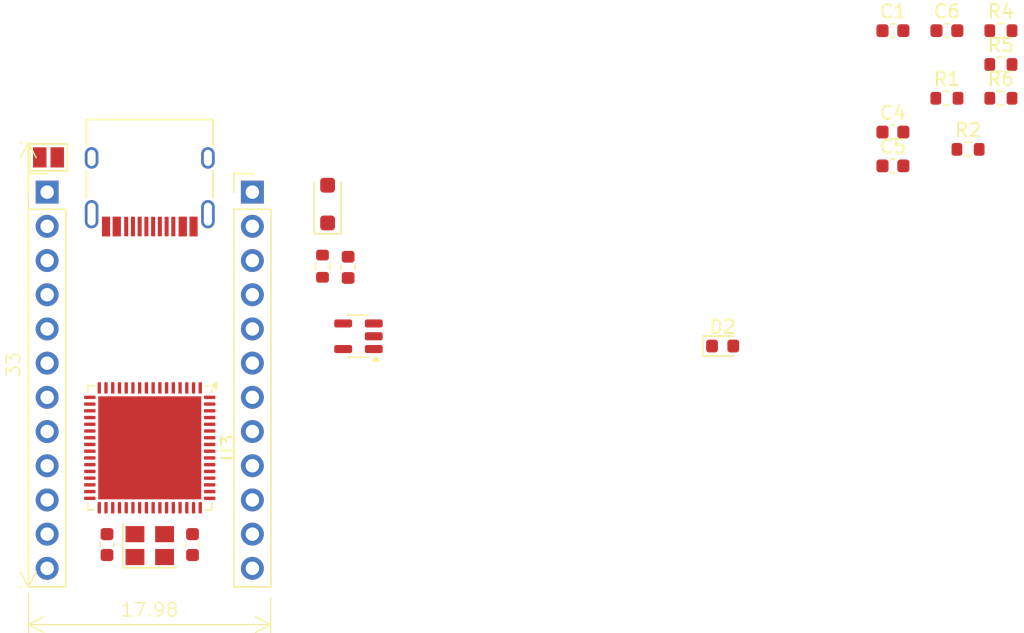
<source format=kicad_pcb>
(kicad_pcb (version 20241229) (generator "pcbnew") (generator_version "9.0")
  (layers (0 "F.Cu" signal) (2 "B.Cu" signal) (13 "F.Paste" user) (15 "B.Paste" user) (5 "F.SilkS" user "F.Silkscreen") (7 "B.SilkS" user "B.Silkscreen") (1 "F.Mask" user) (3 "B.Mask" user) (25 "Edge.Cuts" user))
  (net 0 "")
  (net 1 "GND")
  (net 2 "VCC")
  (net 3 "/RAW")
  (net 4 "Net-(D1-A)")
  (net 5 "Net-(D2-A)")
  (net 6 "+5V")
  (net 7 "Net-(J1-CC1)")
  (net 8 "Net-(J1-D--PadA7)")
  (net 9 "Net-(J1-D+-PadA6)")
  (net 13 "Net-(J1-CC2)")
  (net 14 "/B4")
  (net 15 "/B5")
  (net 16 "/D0")
  (net 17 "/D3")
  (net 18 "/D2")
  (net 19 "/E6")
  (net 20 "/D7")
  (net 21 "/D4")
  (net 22 "/D1")
  (net 23 "/C6")
  (net 24 "/F7")
  (net 25 "/F5")
  (net 26 "/F6")
  (net 27 "/B3")
  (net 28 "/RESET")
  (net 29 "/B1")
  (net 30 "/B6")
  (net 31 "/F4")
  (net 32 "/B2")
  (net 33 "/D+")
  (net 34 "/D-")
  (net 38 "Net-(U3-UCAP)")
  (net 39 "Net-(U3-XTAL1)")
  (net 40 "Net-(U3-XTAL2)")
  (footprint "Resistor_SMD:R_0603_1608Metric" (layer "F.Cu") (at 197.83 61.61)
    (property "Reference" "R6" (at 0 -1.43 0) (layer "F.SilkS"))
    (property "Value" "10k")
    (fp_line (start -0.237258 -0.5225) (end 0.237258 -0.5225) (stroke (width 0.12)) (layer "F.SilkS"))
    (fp_line (start -0.237258 0.5225) (end 0.237258 0.5225) (stroke (width 0.12)) (layer "F.SilkS"))
    (pad "1" smd roundrect (at -0.825 0) (size 0.8 0.95) (layers "F.Cu" "F.Mask" "F.Paste") (net 2 "VCC"))
    (pad "2" smd roundrect (at 0.825 0) (size 0.8 0.95) (layers "F.Cu" "F.Mask" "F.Paste") (net 28 "/RESET"))
  )
  (footprint "Connector_PinHeader_2.54mm:PinHeader_1x12_P2.54mm_Vertical" (layer "F.Cu") (at 127 68.58)
    (property "Reference" "J2" (hide yes))
    (property "Value" "Conn_01x12" (hide yes))
    (fp_line (start -1.38 -1.38) (end 0 -1.38) (stroke (width 0.12)) (layer "F.SilkS"))
    (fp_line (start -1.38 0) (end -1.38 -1.38) (stroke (width 0.12)) (layer "F.SilkS"))
    (fp_line (start -1.38 1.27) (end -1.38 29.32) (stroke (width 0.12)) (layer "F.SilkS"))
    (fp_line (start -1.38 1.27) (end 1.38 1.27) (stroke (width 0.12)) (layer "F.SilkS"))
    (fp_line (start -1.38 29.32) (end 1.38 29.32) (stroke (width 0.12)) (layer "F.SilkS"))
    (fp_line (start 1.38 1.27) (end 1.38 29.32) (stroke (width 0.12)) (layer "F.SilkS"))
    (pad "1" thru_hole rect (at 0 0) (size 1.7 1.7) (drill 1) (layers "*.Cu" "*.Mask") (net 17 "/D3"))
    (pad "2" thru_hole circle (at 0 2.54) (size 1.7 1.7) (drill 1) (layers "*.Cu" "*.Mask") (net 18 "/D2"))
    (pad "3" thru_hole circle (at 0 5.08) (size 1.7 1.7) (drill 1) (layers "*.Cu" "*.Mask") (net 1 "GND"))
    (pad "4" thru_hole circle (at 0 7.62) (size 1.7 1.7) (drill 1) (layers "*.Cu" "*.Mask") (net 1 "GND"))
    (pad "5" thru_hole circle (at 0 10.16) (size 1.7 1.7) (drill 1) (layers "*.Cu" "*.Mask") (net 22 "/D1"))
    (pad "6" thru_hole circle (at 0 12.7) (size 1.7 1.7) (drill 1) (layers "*.Cu" "*.Mask") (net 16 "/D0"))
    (pad "7" thru_hole circle (at 0 15.24) (size 1.7 1.7) (drill 1) (layers "*.Cu" "*.Mask") (net 21 "/D4"))
    (pad "8" thru_hole circle (at 0 17.78) (size 1.7 1.7) (drill 1) (layers "*.Cu" "*.Mask") (net 23 "/C6"))
    (pad "9" thru_hole circle (at 0 20.32) (size 1.7 1.7) (drill 1) (layers "*.Cu" "*.Mask") (net 20 "/D7"))
    (pad "10" thru_hole circle (at 0 22.86) (size 1.7 1.7) (drill 1) (layers "*.Cu" "*.Mask") (net 19 "/E6"))
    (pad "11" thru_hole circle (at 0 25.4) (size 1.7 1.7) (drill 1) (layers "*.Cu" "*.Mask") (net 14 "/B4"))
    (pad "12" thru_hole circle (at 0 27.94) (size 1.7 1.7) (drill 1) (layers "*.Cu" "*.Mask") (net 15 "/B5"))
  )
  (footprint "Package_TO_SOT_SMD:SOT-23-5" (layer "F.Cu") (at 150.1195 79.2835 180)
    (property "Reference" "U2" (hide yes))
    (property "Value" "MIC5219-3.3YM5" (hide yes))
    (fp_line (start 0 1.56) (end 0.8 1.56) (stroke (width 0.12)) (layer "F.SilkS"))
    (fp_line (start 0 1.56) (end -0.8 1.56) (stroke (width 0.12)) (layer "F.SilkS"))
    (fp_line (start 0 -1.56) (end 0.8 -1.56) (stroke (width 0.12)) (layer "F.SilkS"))
    (fp_line (start 0 -1.56) (end -0.8 -1.56) (stroke (width 0.12)) (layer "F.SilkS"))
    (fp_poly (pts (xy -1.3 -1.51) (xy -1.54 -1.84) (xy -1.06 -1.84)) (stroke (width 0.12)) (fill yes) (layer "F.SilkS"))
    (pad "1" smd roundrect (at -1.1375 -0.95 180) (size 1.325 0.6) (layers "F.Cu" "F.Mask" "F.Paste") (net 3 "/RAW"))
    (pad "2" smd roundrect (at -1.1375 0 180) (size 1.325 0.6) (layers "F.Cu" "F.Mask" "F.Paste") (net 1 "GND"))
    (pad "3" smd roundrect (at -1.1375 0.95 180) (size 1.325 0.6) (layers "F.Cu" "F.Mask" "F.Paste") (net 3 "/RAW"))
    (pad "4" smd roundrect (at 1.1375 0.95 180) (size 1.325 0.6) (layers "F.Cu" "F.Mask" "F.Paste"))
    (pad "5" smd roundrect (at 1.1375 -0.95 180) (size 1.325 0.6) (layers "F.Cu" "F.Mask" "F.Paste") (net 2 "VCC"))
  )
  (footprint "Crystal:Crystal_SMD_3225-4Pin_3.2x2.5mm" (layer "F.Cu") (at 134.62 94.83)
    (property "Reference" "Y1" (hide yes))
    (property "Value" "Crystal_GND24" (hide yes))
    (fp_line (start -2 -1.65) (end -2 1.65) (stroke (width 0.12)) (layer "F.SilkS"))
    (fp_line (start -2 1.65) (end 2 1.65) (stroke (width 0.12)) (layer "F.SilkS"))
    (pad "1" smd rect (at -1.1 0.85) (size 1.4 1.2) (layers "F.Cu" "F.Mask" "F.Paste") (net 40 "Net-(U3-XTAL2)"))
    (pad "2" smd rect (at 1.1 0.85) (size 1.4 1.2) (layers "F.Cu" "F.Mask" "F.Paste") (net 1 "GND"))
    (pad "3" smd rect (at 1.1 -0.85) (size 1.4 1.2) (layers "F.Cu" "F.Mask" "F.Paste") (net 39 "Net-(U3-XTAL1)"))
    (pad "4" smd rect (at -1.1 -0.85) (size 1.4 1.2) (layers "F.Cu" "F.Mask" "F.Paste") (net 1 "GND"))
  )
  (footprint "Resistor_SMD:R_0603_1608Metric" (layer "F.Cu") (at 147.447 74.0785 -90)
    (property "Reference" "R3" (hide yes))
    (property "Value" "5.1k" (hide yes))
    (fp_line (start -0.237258 0.5225) (end 0.237258 0.5225) (stroke (width 0.12)) (layer "F.SilkS"))
    (fp_line (start -0.237258 -0.5225) (end 0.237258 -0.5225) (stroke (width 0.12)) (layer "F.SilkS"))
    (pad "1" smd roundrect (at -0.825 0 270) (size 0.8 0.95) (layers "F.Cu" "F.Mask" "F.Paste") (net 7 "Net-(J1-CC1)"))
    (pad "2" smd roundrect (at 0.825 0 270) (size 0.8 0.95) (layers "F.Cu" "F.Mask" "F.Paste") (net 1 "GND"))
  )
  (footprint "Capacitor_SMD:C_0603_1608Metric" (layer "F.Cu") (at 193.82 56.59)
    (property "Reference" "C6" (at 0 -1.43 0) (layer "F.SilkS"))
    (property "Value" "10uF")
    (fp_line (start -0.14058 -0.51) (end 0.14058 -0.51) (stroke (width 0.12)) (layer "F.SilkS"))
    (fp_line (start -0.14058 0.51) (end 0.14058 0.51) (stroke (width 0.12)) (layer "F.SilkS"))
    (pad "1" smd roundrect (at -0.775 0) (size 0.9 0.95) (layers "F.Cu" "F.Mask" "F.Paste") (net 2 "VCC"))
    (pad "2" smd roundrect (at 0.775 0) (size 0.9 0.95) (layers "F.Cu" "F.Mask" "F.Paste") (net 1 "GND"))
  )
  (footprint "Resistor_SMD:R_0603_1608Metric" (layer "F.Cu") (at 193.82 61.61)
    (property "Reference" "R1" (at 0 -1.43 0) (layer "F.SilkS"))
    (property "Value" "22")
    (fp_line (start -0.237258 -0.5225) (end 0.237258 -0.5225) (stroke (width 0.12)) (layer "F.SilkS"))
    (fp_line (start -0.237258 0.5225) (end 0.237258 0.5225) (stroke (width 0.12)) (layer "F.SilkS"))
    (pad "1" smd roundrect (at -0.825 0) (size 0.8 0.95) (layers "F.Cu" "F.Mask" "F.Paste") (net 8 "Net-(J1-D--PadA7)"))
    (pad "2" smd roundrect (at 0.825 0) (size 0.8 0.95) (layers "F.Cu" "F.Mask" "F.Paste") (net 33 "/D+"))
  )
  (footprint "Connector_USB:USB_C_Receptacle_HRO_TYPE-C-31-M-12" (layer "F.Cu") (at 134.62 67.09 180)
    (property "Reference" "J1" (hide yes))
    (property "Value" "USB_C_Receptacle_USB2.0_16P" (hide yes))
    (fp_line (start 4.7 2) (end 4.7 3.9) (stroke (width 0.12)) (layer "F.SilkS"))
    (fp_line (start 4.7 -1.9) (end 4.7 0.1) (stroke (width 0.12)) (layer "F.SilkS"))
    (fp_line (start -4.7 3.9) (end 4.7 3.9) (stroke (width 0.12)) (layer "F.SilkS"))
    (fp_line (start -4.7 2) (end -4.7 3.9) (stroke (width 0.12)) (layer "F.SilkS"))
    (fp_line (start -4.7 -1.9) (end -4.7 0.1) (stroke (width 0.12)) (layer "F.SilkS"))
    (pad "" np_thru_hole circle (at -2.89 -2.6 180) (size 0.65 0.65) (drill 0.65) (layers "*.Cu" "*.Mask"))
    (pad "" np_thru_hole circle (at 2.89 -2.6 180) (size 0.65 0.65) (drill 0.65) (layers "*.Cu" "*.Mask"))
    (pad "A1" smd rect (at -3.25 -4.045 180) (size 0.6 1.45) (layers "F.Cu" "F.Mask" "F.Paste") (net 1 "GND"))
    (pad "A4" smd rect (at -2.45 -4.045 180) (size 0.6 1.45) (layers "F.Cu" "F.Mask" "F.Paste") (net 6 "+5V"))
    (pad "A5" smd rect (at -1.25 -4.045 180) (size 0.3 1.45) (layers "F.Cu" "F.Mask" "F.Paste") (net 7 "Net-(J1-CC1)"))
    (pad "A6" smd rect (at -0.25 -4.045 180) (size 0.3 1.45) (layers "F.Cu" "F.Mask" "F.Paste") (net 9 "Net-(J1-D+-PadA6)"))
    (pad "A7" smd rect (at 0.25 -4.045 180) (size 0.3 1.45) (layers "F.Cu" "F.Mask" "F.Paste") (net 8 "Net-(J1-D--PadA7)"))
    (pad "A8" smd rect (at 1.25 -4.045 180) (size 0.3 1.45) (layers "F.Cu" "F.Mask" "F.Paste"))
    (pad "A9" smd rect (at 2.45 -4.045 180) (size 0.6 1.45) (layers "F.Cu" "F.Mask" "F.Paste") (net 6 "+5V"))
    (pad "A12" smd rect (at 3.25 -4.045 180) (size 0.6 1.45) (layers "F.Cu" "F.Mask" "F.Paste") (net 1 "GND"))
    (pad "B1" smd rect (at 3.25 -4.045 180) (size 0.6 1.45) (layers "F.Cu" "F.Mask" "F.Paste") (net 1 "GND"))
    (pad "B4" smd rect (at 2.45 -4.045 180) (size 0.6 1.45) (layers "F.Cu" "F.Mask" "F.Paste") (net 6 "+5V"))
    (pad "B5" smd rect (at 1.75 -4.045 180) (size 0.3 1.45) (layers "F.Cu" "F.Mask" "F.Paste") (net 13 "Net-(J1-CC2)"))
    (pad "B6" smd rect (at 0.75 -4.045 180) (size 0.3 1.45) (layers "F.Cu" "F.Mask" "F.Paste") (net 9 "Net-(J1-D+-PadA6)"))
    (pad "B7" smd rect (at -0.75 -4.045 180) (size 0.3 1.45) (layers "F.Cu" "F.Mask" "F.Paste") (net 8 "Net-(J1-D--PadA7)"))
    (pad "B8" smd rect (at -1.75 -4.045 180) (size 0.3 1.45) (layers "F.Cu" "F.Mask" "F.Paste"))
    (pad "B9" smd rect (at -2.45 -4.045 180) (size 0.6 1.45) (layers "F.Cu" "F.Mask" "F.Paste") (net 6 "+5V"))
    (pad "B12" smd rect (at -3.25 -4.045 180) (size 0.6 1.45) (layers "F.Cu" "F.Mask" "F.Paste") (net 1 "GND"))
    (pad "S1" thru_hole oval (at -4.32 -3.13 180) (size 1 2.1) (drill oval 0.6 1.7) (property pad_prop_heatsink) (layers "*.Cu" "*.Mask"))
    (pad "S1" thru_hole oval (at -4.32 1.05 180) (size 1 1.6) (drill oval 0.6 1.2) (property pad_prop_heatsink) (layers "*.Cu" "*.Mask"))
    (pad "S1" thru_hole oval (at 4.32 -3.13 180) (size 1 2.1) (drill oval 0.6 1.7) (property pad_prop_heatsink) (layers "*.Cu" "*.Mask"))
    (pad "S1" thru_hole oval (at 4.32 1.05 180) (size 1 1.6) (drill oval 0.6 1.2) (property pad_prop_heatsink) (layers "*.Cu" "*.Mask"))
  )
  (footprint "Resistor_SMD:R_0603_1608Metric" (layer "F.Cu") (at 197.83 59.1)
    (property "Reference" "R5" (at 0 -1.43 0) (layer "F.SilkS"))
    (property "Value" "330")
    (fp_line (start -0.237258 -0.5225) (end 0.237258 -0.5225) (stroke (width 0.12)) (layer "F.SilkS"))
    (fp_line (start -0.237258 0.5225) (end 0.237258 0.5225) (stroke (width 0.12)) (layer "F.SilkS"))
    (pad "1" smd roundrect (at -0.825 0) (size 0.8 0.95) (layers "F.Cu" "F.Mask" "F.Paste") (net 2 "VCC"))
    (pad "2" smd roundrect (at 0.825 0) (size 0.8 0.95) (layers "F.Cu" "F.Mask" "F.Paste") (net 5 "Net-(D2-A)"))
  )
  (footprint "Jumper:SolderJumper-2_P1.3mm_Open_Pad1.0x1.5mm" (layer "F.Cu") (at 127.1 66)
    (property "Reference" "JP1" (hide yes))
    (property "Value" "VCC jumper" (hide yes))
    (fp_line (start -1.4 -1) (end 1.4 -1) (stroke (width 0.12)) (layer "F.SilkS"))
    (fp_line (start -1.4 1) (end -1.4 -1) (stroke (width 0.12)) (layer "F.SilkS"))
    (fp_line (start 1.4 -1) (end 1.4 1) (stroke (width 0.12)) (layer "F.SilkS"))
    (fp_line (start 1.4 1) (end -1.4 1) (stroke (width 0.12)) (layer "F.SilkS"))
    (pad "1" smd rect (at -0.65 0) (size 1 1.5) (layers "F.Cu" "F.Mask") (net 4 "Net-(D1-A)"))
    (pad "2" smd rect (at 0.65 0) (size 1 1.5) (layers "F.Cu" "F.Mask") (net 2 "VCC"))
  )
  (footprint "Capacitor_SMD:C_0603_1608Metric" (layer "F.Cu") (at 189.81 66.63)
    (property "Reference" "C5" (at 0 -1.43 0) (layer "F.SilkS"))
    (property "Value" "1uF")
    (fp_line (start -0.14058 -0.51) (end 0.14058 -0.51) (stroke (width 0.12)) (layer "F.SilkS"))
    (fp_line (start -0.14058 0.51) (end 0.14058 0.51) (stroke (width 0.12)) (layer "F.SilkS"))
    (pad "1" smd roundrect (at -0.775 0) (size 0.9 0.95) (layers "F.Cu" "F.Mask" "F.Paste") (net 2 "VCC"))
    (pad "2" smd roundrect (at 0.775 0) (size 0.9 0.95) (layers "F.Cu" "F.Mask" "F.Paste") (net 1 "GND"))
  )
  (footprint "Fuse:Fuse_0603_1608Metric" (layer "F.Cu") (at 149.352 74.168 -90)
    (property "Reference" "F1" (hide yes))
    (property "Value" "500mA" (hide yes))
    (fp_line (start -0.162779 0.51) (end 0.162779 0.51) (stroke (width 0.12)) (layer "F.SilkS"))
    (fp_line (start -0.162779 -0.51) (end 0.162779 -0.51) (stroke (width 0.12)) (layer "F.SilkS"))
    (pad "1" smd roundrect (at -0.7875 0 270) (size 0.875 0.95) (layers "F.Cu" "F.Mask" "F.Paste") (net 6 "+5V"))
    (pad "2" smd roundrect (at 0.7875 0 270) (size 0.875 0.95) (layers "F.Cu" "F.Mask" "F.Paste") (net 4 "Net-(D1-A)"))
  )
  (footprint "Resistor_SMD:R_0603_1608Metric" (layer "F.Cu") (at 195.39 65.405)
    (property "Reference" "R2" (at 0 -1.43 0) (layer "F.SilkS"))
    (property "Value" "22")
    (fp_line (start -0.237258 -0.5225) (end 0.237258 -0.5225) (stroke (width 0.12)) (layer "F.SilkS"))
    (fp_line (start -0.237258 0.5225) (end 0.237258 0.5225) (stroke (width 0.12)) (layer "F.SilkS"))
    (pad "1" smd roundrect (at -0.825 0) (size 0.8 0.95) (layers "F.Cu" "F.Mask" "F.Paste") (net 9 "Net-(J1-D+-PadA6)"))
    (pad "2" smd roundrect (at 0.825 0) (size 0.8 0.95) (layers "F.Cu" "F.Mask" "F.Paste") (net 34 "/D-"))
  )
  (footprint "Capacitor_SMD:C_0603_1608Metric" (layer "F.Cu") (at 131.445 94.755 -90)
    (property "Reference" "C3" (hide yes))
    (property "Value" "22pF" (hide yes))
    (fp_line (start -0.14058 0.51) (end 0.14058 0.51) (stroke (width 0.12)) (layer "F.SilkS"))
    (fp_line (start -0.14058 -0.51) (end 0.14058 -0.51) (stroke (width 0.12)) (layer "F.SilkS"))
    (pad "1" smd roundrect (at -0.775 0 270) (size 0.9 0.95) (layers "F.Cu" "F.Mask" "F.Paste") (net 1 "GND"))
    (pad "2" smd roundrect (at 0.775 0 270) (size 0.9 0.95) (layers "F.Cu" "F.Mask" "F.Paste") (net 40 "Net-(U3-XTAL2)"))
  )
  (footprint "Capacitor_SMD:C_0603_1608Metric" (layer "F.Cu") (at 137.795 94.755 90)
    (property "Reference" "C2" (hide yes))
    (property "Value" "22pF" (hide yes))
    (fp_line (start -0.14058 -0.51) (end 0.14058 -0.51) (stroke (width 0.12)) (layer "F.SilkS"))
    (fp_line (start -0.14058 0.51) (end 0.14058 0.51) (stroke (width 0.12)) (layer "F.SilkS"))
    (pad "1" smd roundrect (at -0.775 0 90) (size 0.9 0.95) (layers "F.Cu" "F.Mask" "F.Paste") (net 1 "GND"))
    (pad "2" smd roundrect (at 0.775 0 90) (size 0.9 0.95) (layers "F.Cu" "F.Mask" "F.Paste") (net 39 "Net-(U3-XTAL1)"))
  )
  (footprint "Resistor_SMD:R_0603_1608Metric" (layer "F.Cu") (at 197.83 56.59)
    (property "Reference" "R4" (at 0 -1.43 0) (layer "F.SilkS"))
    (property "Value" "5.1k")
    (fp_line (start -0.237258 -0.5225) (end 0.237258 -0.5225) (stroke (width 0.12)) (layer "F.SilkS"))
    (fp_line (start -0.237258 0.5225) (end 0.237258 0.5225) (stroke (width 0.12)) (layer "F.SilkS"))
    (pad "1" smd roundrect (at -0.825 0) (size 0.8 0.95) (layers "F.Cu" "F.Mask" "F.Paste") (net 13 "Net-(J1-CC2)"))
    (pad "2" smd roundrect (at 0.825 0) (size 0.8 0.95) (layers "F.Cu" "F.Mask" "F.Paste") (net 1 "GND"))
  )
  (footprint "Package_DFN_QFN:QFN-64-1EP_9x9mm_P0.5mm_EP7.65x7.65mm" (layer "F.Cu") (at 134.62 87.57 -90)
    (property "Reference" "U3" (at 0 -5.83 90) (layer "F.SilkS"))
    (property "Value" "ATmega32U4-M" (hide yes))
    (fp_line (start -4.61 4.61) (end -4.61 4.135) (stroke (width 0.12)) (layer "F.SilkS"))
    (fp_line (start -4.135 4.61) (end -4.61 4.61) (stroke (width 0.12)) (layer "F.SilkS"))
    (fp_line (start 4.135 4.61) (end 4.61 4.61) (stroke (width 0.12)) (layer "F.SilkS"))
    (fp_line (start 4.61 4.61) (end 4.61 4.135) (stroke (width 0.12)) (layer "F.SilkS"))
    (fp_line (start -4.61 -4.135) (end -4.61 -4.37) (stroke (width 0.12)) (layer "F.SilkS"))
    (fp_line (start -4.135 -4.61) (end -4.31 -4.61) (stroke (width 0.12)) (layer "F.SilkS"))
    (fp_line (start 4.135 -4.61) (end 4.61 -4.61) (stroke (width 0.12)) (layer "F.SilkS"))
    (fp_line (start 4.61 -4.61) (end 4.61 -4.135) (stroke (width 0.12)) (layer "F.SilkS"))
    (fp_poly (pts (xy -4.61 -4.61) (xy -4.85 -4.94) (xy -4.37 -4.94)) (stroke (width 0.12)) (fill yes) (layer "F.SilkS"))
    (pad "1" smd roundrect (at -4.45 -3.75 270) (size 0.85 0.25) (layers "F.Cu" "F.Mask" "F.Paste") (net 19 "/E6"))
    (pad "2" smd roundrect (at -4.45 -3.25 270) (size 0.85 0.25) (layers "F.Cu" "F.Mask" "F.Paste") (net 6 "+5V"))
    (pad "3" smd roundrect (at -4.45 -2.75 270) (size 0.85 0.25) (layers "F.Cu" "F.Mask" "F.Paste") (net 34 "/D-"))
    (pad "4" smd roundrect (at -4.45 -2.25 270) (size 0.85 0.25) (layers "F.Cu" "F.Mask" "F.Paste") (net 33 "/D+"))
    (pad "5" smd roundrect (at -4.45 -1.75 270) (size 0.85 0.25) (layers "F.Cu" "F.Mask" "F.Paste") (net 1 "GND"))
    (pad "6" smd roundrect (at -4.45 -1.25 270) (size 0.85 0.25) (layers "F.Cu" "F.Mask" "F.Paste") (net 38 "Net-(U3-UCAP)"))
    (pad "7" smd roundrect (at -4.45 -0.75 270) (size 0.85 0.25) (layers "F.Cu" "F.Mask" "F.Paste") (net 6 "+5V"))
    (pad "8" smd roundrect (at -4.45 -0.25 270) (size 0.85 0.25) (layers "F.Cu" "F.Mask" "F.Paste"))
    (pad "9" smd roundrect (at -4.45 0.25 270) (size 0.85 0.25) (layers "F.Cu" "F.Mask" "F.Paste") (net 29 "/B1"))
    (pad "10" smd roundrect (at -4.45 0.75 270) (size 0.85 0.25) (layers "F.Cu" "F.Mask" "F.Paste") (net 32 "/B2"))
    (pad "11" smd roundrect (at -4.45 1.25 270) (size 0.85 0.25) (layers "F.Cu" "F.Mask" "F.Paste") (net 27 "/B3"))
    (pad "12" smd roundrect (at -4.45 1.75 270) (size 0.85 0.25) (layers "F.Cu" "F.Mask" "F.Paste"))
    (pad "13" smd roundrect (at -4.45 2.25 270) (size 0.85 0.25) (layers "F.Cu" "F.Mask" "F.Paste") (net 28 "/RESET"))
    (pad "14" smd roundrect (at -4.45 2.75 270) (size 0.85 0.25) (layers "F.Cu" "F.Mask" "F.Paste") (net 2 "VCC"))
    (pad "15" smd roundrect (at -4.45 3.25 270) (size 0.85 0.25) (layers "F.Cu" "F.Mask" "F.Paste") (net 1 "GND"))
    (pad "16" smd roundrect (at -4.45 3.75 270) (size 0.85 0.25) (layers "F.Cu" "F.Mask" "F.Paste") (net 40 "Net-(U3-XTAL2)"))
    (pad "17" smd roundrect (at -3.75 4.45 270) (size 0.25 0.85) (layers "F.Cu" "F.Mask" "F.Paste") (net 39 "Net-(U3-XTAL1)"))
    (pad "18" smd roundrect (at -3.25 4.45 270) (size 0.25 0.85) (layers "F.Cu" "F.Mask" "F.Paste") (net 16 "/D0"))
    (pad "19" smd roundrect (at -2.75 4.45 270) (size 0.25 0.85) (layers "F.Cu" "F.Mask" "F.Paste") (net 22 "/D1"))
    (pad "20" smd roundrect (at -2.25 4.45 270) (size 0.25 0.85) (layers "F.Cu" "F.Mask" "F.Paste") (net 18 "/D2"))
    (pad "21" smd roundrect (at -1.75 4.45 270) (size 0.25 0.85) (layers "F.Cu" "F.Mask" "F.Paste") (net 17 "/D3"))
    (pad "22" smd roundrect (at -1.25 4.45 270) (size 0.25 0.85) (layers "F.Cu" "F.Mask" "F.Paste"))
    (pad "23" smd roundrect (at -0.75 4.45 270) (size 0.25 0.85) (layers "F.Cu" "F.Mask" "F.Paste") (net 1 "GND"))
    (pad "24" smd roundrect (at -0.25 4.45 270) (size 0.25 0.85) (layers "F.Cu" "F.Mask" "F.Paste") (net 2 "VCC"))
    (pad "25" smd roundrect (at 0.25 4.45 270) (size 0.25 0.85) (layers "F.Cu" "F.Mask" "F.Paste") (net 21 "/D4"))
    (pad "26" smd roundrect (at 0.75 4.45 270) (size 0.25 0.85) (layers "F.Cu" "F.Mask" "F.Paste"))
    (pad "27" smd roundrect (at 1.25 4.45 270) (size 0.25 0.85) (layers "F.Cu" "F.Mask" "F.Paste") (net 20 "/D7"))
    (pad "28" smd roundrect (at 1.75 4.45 270) (size 0.25 0.85) (layers "F.Cu" "F.Mask" "F.Paste") (net 14 "/B4"))
    (pad "29" smd roundrect (at 2.25 4.45 270) (size 0.25 0.85) (layers "F.Cu" "F.Mask" "F.Paste") (net 15 "/B5"))
    (pad "30" smd roundrect (at 2.75 4.45 270) (size 0.25 0.85) (layers "F.Cu" "F.Mask" "F.Paste") (net 30 "/B6"))
    (pad "31" smd roundrect (at 3.25 4.45 270) (size 0.25 0.85) (layers "F.Cu" "F.Mask" "F.Paste") (net 23 "/C6"))
    (pad "32" smd roundrect (at 3.75 4.45 270) (size 0.25 0.85) (layers "F.Cu" "F.Mask" "F.Paste"))
    (pad "33" smd roundrect (at 4.45 3.75 270) (size 0.85 0.25) (layers "F.Cu" "F.Mask" "F.Paste"))
    (pad "34" smd roundrect (at 4.45 3.25 270) (size 0.85 0.25) (layers "F.Cu" "F.Mask" "F.Paste") (net 2 "VCC"))
    (pad "35" smd roundrect (at 4.45 2.75 270) (size 0.85 0.25) (layers "F.Cu" "F.Mask" "F.Paste") (net 1 "GND"))
    (pad "36" smd roundrect (at 4.45 2.25 270) (size 0.85 0.25) (layers "F.Cu" "F.Mask" "F.Paste") (net 24 "/F7"))
    (pad "37" smd roundrect (at 4.45 1.75 270) (size 0.85 0.25) (layers "F.Cu" "F.Mask" "F.Paste") (net 26 "/F6"))
    (pad "38" smd roundrect (at 4.45 1.25 270) (size 0.85 0.25) (layers "F.Cu" "F.Mask" "F.Paste") (net 25 "/F5"))
    (pad "39" smd roundrect (at 4.45 0.75 270) (size 0.85 0.25) (layers "F.Cu" "F.Mask" "F.Paste") (net 31 "/F4"))
    (pad "40" smd roundrect (at 4.45 0.25 270) (size 0.85 0.25) (layers "F.Cu" "F.Mask" "F.Paste"))
    (pad "41" smd roundrect (at 4.45 -0.25 270) (size 0.85 0.25) (layers "F.Cu" "F.Mask" "F.Paste"))
    (pad "42" smd roundrect (at 4.45 -0.75 270) (size 0.85 0.25) (layers "F.Cu" "F.Mask" "F.Paste"))
    (pad "43" smd roundrect (at 4.45 -1.25 270) (size 0.85 0.25) (layers "F.Cu" "F.Mask" "F.Paste") (net 1 "GND"))
    (pad "44" smd roundrect (at 4.45 -1.75 270) (size 0.85 0.25) (layers "F.Cu" "F.Mask" "F.Paste") (net 2 "VCC"))
    (pad "45" smd roundrect (at 4.45 -2.25 270) (size 0.85 0.25) (layers "F.Cu" "F.Mask" "F.Paste") (net 1 "GND"))
    (pad "46" smd roundrect (at 4.45 -2.75 270) (size 0.85 0.25) (layers "F.Cu" "F.Mask" "F.Paste"))
    (pad "47" smd roundrect (at 4.45 -3.25 270) (size 0.85 0.25) (layers "F.Cu" "F.Mask" "F.Paste"))
    (pad "48" smd roundrect (at 4.45 -3.75 270) (size 0.85 0.25) (layers "F.Cu" "F.Mask" "F.Paste"))
    (pad "49" smd roundrect (at 3.75 -4.45 270) (size 0.25 0.85) (layers "F.Cu" "F.Mask" "F.Paste"))
    (pad "50" smd roundrect (at 3.25 -4.45 270) (size 0.25 0.85) (layers "F.Cu" "F.Mask" "F.Paste"))
    (pad "51" smd roundrect (at 2.75 -4.45 270) (size 0.25 0.85) (layers "F.Cu" "F.Mask" "F.Paste"))
    (pad "52" smd roundrect (at 2.25 -4.45 270) (size 0.25 0.85) (layers "F.Cu" "F.Mask" "F.Paste"))
    (pad "53" smd roundrect (at 1.75 -4.45 270) (size 0.25 0.85) (layers "F.Cu" "F.Mask" "F.Paste"))
    (pad "54" smd roundrect (at 1.25 -4.45 270) (size 0.25 0.85) (layers "F.Cu" "F.Mask" "F.Paste"))
    (pad "55" smd roundrect (at 0.75 -4.45 270) (size 0.25 0.85) (layers "F.Cu" "F.Mask" "F.Paste"))
    (pad "56" smd roundrect (at 0.25 -4.45 270) (size 0.25 0.85) (layers "F.Cu" "F.Mask" "F.Paste"))
    (pad "57" smd roundrect (at -0.25 -4.45 270) (size 0.25 0.85) (layers "F.Cu" "F.Mask" "F.Paste"))
    (pad "58" smd roundrect (at -0.75 -4.45 270) (size 0.25 0.85) (layers "F.Cu" "F.Mask" "F.Paste"))
    (pad "59" smd roundrect (at -1.25 -4.45 270) (size 0.25 0.85) (layers "F.Cu" "F.Mask" "F.Paste"))
    (pad "60" smd roundrect (at -1.75 -4.45 270) (size 0.25 0.85) (layers "F.Cu" "F.Mask" "F.Paste"))
    (pad "61" smd roundrect (at -2.25 -4.45 270) (size 0.25 0.85) (layers "F.Cu" "F.Mask" "F.Paste"))
    (pad "62" smd roundrect (at -2.75 -4.45 270) (size 0.25 0.85) (layers "F.Cu" "F.Mask" "F.Paste"))
    (pad "63" smd roundrect (at -3.25 -4.45 270) (size 0.25 0.85) (layers "F.Cu" "F.Mask" "F.Paste"))
    (pad "64" smd roundrect (at -3.75 -4.45 270) (size 0.25 0.85) (layers "F.Cu" "F.Mask" "F.Paste"))
    (pad "65" smd rect (at 0 0 270) (size 7.65 7.65) (property pad_prop_heatsink) (layers "F.Cu" "F.Mask"))
  )
  (footprint "Diode_SMD:D_SOD-123F" (layer "F.Cu") (at 147.828 69.469 90)
    (property "Reference" "D1" (hide yes))
    (property "Value" "~")
    (fp_line (start -2.21 -1) (end 1.65 -1) (stroke (width 0.12)) (layer "F.SilkS"))
    (fp_line (start -2.21 -1) (end -2.21 1) (stroke (width 0.12)) (layer "F.SilkS"))
    (fp_line (start -2.21 1) (end 1.65 1) (stroke (width 0.12)) (layer "F.SilkS"))
    (pad "1" smd roundrect (at -1.4 0 90) (size 1.1 1.1) (layers "F.Cu" "F.Mask" "F.Paste") (roundrect_rratio 0.2272727273) (net 3 "/RAW"))
    (pad "2" smd roundrect (at 1.4 0 90) (size 1.1 1.1) (layers "F.Cu" "F.Mask" "F.Paste") (roundrect_rratio 0.2272727273) (net 4 "Net-(D1-A)"))
  )
  (footprint "Connector_PinHeader_2.54mm:PinHeader_1x12_P2.54mm_Vertical" (layer "F.Cu") (at 142.24 68.58)
    (property "Reference" "J3" (hide yes))
    (property "Value" "Conn_01x12" (hide yes))
    (fp_line (start -1.38 -1.38) (end 0 -1.38) (stroke (width 0.12)) (layer "F.SilkS"))
    (fp_line (start -1.38 0) (end -1.38 -1.38) (stroke (width 0.12)) (layer "F.SilkS"))
    (fp_line (start -1.38 1.27) (end -1.38 29.32) (stroke (width 0.12)) (layer "F.SilkS"))
    (fp_line (start -1.38 1.27) (end 1.38 1.27) (stroke (width 0.12)) (layer "F.SilkS"))
    (fp_line (start -1.38 29.32) (end 1.38 29.32) (stroke (width 0.12)) (layer "F.SilkS"))
    (fp_line (start 1.38 1.27) (end 1.38 29.32) (stroke (width 0.12)) (layer "F.SilkS"))
    (pad "1" thru_hole rect (at 0 0) (size 1.7 1.7) (drill 1) (layers "*.Cu" "*.Mask") (net 3 "/RAW"))
    (pad "2" thru_hole circle (at 0 2.54) (size 1.7 1.7) (drill 1) (layers "*.Cu" "*.Mask") (net 1 "GND"))
    (pad "3" thru_hole circle (at 0 5.08) (size 1.7 1.7) (drill 1) (layers "*.Cu" "*.Mask") (net 28 "/RESET"))
    (pad "4" thru_hole circle (at 0 7.62) (size 1.7 1.7) (drill 1) (layers "*.Cu" "*.Mask") (net 2 "VCC"))
    (pad "5" thru_hole circle (at 0 10.16) (size 1.7 1.7) (drill 1) (layers "*.Cu" "*.Mask") (net 31 "/F4"))
    (pad "6" thru_hole circle (at 0 12.7) (size 1.7 1.7) (drill 1) (layers "*.Cu" "*.Mask") (net 25 "/F5"))
    (pad "7" thru_hole circle (at 0 15.24) (size 1.7 1.7) (drill 1) (layers "*.Cu" "*.Mask") (net 26 "/F6"))
    (pad "8" thru_hole circle (at 0 17.78) (size 1.7 1.7) (drill 1) (layers "*.Cu" "*.Mask") (net 24 "/F7"))
    (pad "9" thru_hole circle (at 0 20.32) (size 1.7 1.7) (drill 1) (layers "*.Cu" "*.Mask") (net 29 "/B1"))
    (pad "10" thru_hole circle (at 0 22.86) (size 1.7 1.7) (drill 1) (layers "*.Cu" "*.Mask") (net 27 "/B3"))
    (pad "11" thru_hole circle (at 0 25.4) (size 1.7 1.7) (drill 1) (layers "*.Cu" "*.Mask") (net 32 "/B2"))
    (pad "12" thru_hole circle (at 0 27.94) (size 1.7 1.7) (drill 1) (layers "*.Cu" "*.Mask") (net 30 "/B6"))
  )
  (footprint "LED_SMD:LED_0603_1608Metric" (layer "F.Cu") (at 177.165 80.01)
    (property "Reference" "D2" (at 0 -1.43 0) (layer "F.SilkS"))
    (property "Value" "LED")
    (fp_line (start -1.485 -0.735) (end -1.485 0.735) (stroke (width 0.12)) (layer "F.SilkS"))
    (fp_line (start -1.485 0.735) (end 0.8 0.735) (stroke (width 0.12)) (layer "F.SilkS"))
    (fp_line (start 0.8 -0.735) (end -1.485 -0.735) (stroke (width 0.12)) (layer "F.SilkS"))
    (pad "1" smd roundrect (at -0.7875 0) (size 0.875 0.95) (layers "F.Cu" "F.Mask" "F.Paste") (net 1 "GND"))
    (pad "2" smd roundrect (at 0.7875 0) (size 0.875 0.95) (layers "F.Cu" "F.Mask" "F.Paste") (net 5 "Net-(D2-A)"))
  )
  (footprint "Capacitor_SMD:C_0603_1608Metric" (layer "F.Cu") (at 189.81 56.59)
    (property "Reference" "C1" (at 0 -1.43 0) (layer "F.SilkS"))
    (property "Value" "1uF" (hide yes))
    (fp_line (start -0.14058 -0.51) (end 0.14058 -0.51) (stroke (width 0.12)) (layer "F.SilkS"))
    (fp_line (start -0.14058 0.51) (end 0.14058 0.51) (stroke (width 0.12)) (layer "F.SilkS"))
    (pad "1" smd roundrect (at -0.775 0) (size 0.9 0.95) (layers "F.Cu" "F.Mask" "F.Paste") (net 38 "Net-(U3-UCAP)"))
    (pad "2" smd roundrect (at 0.775 0) (size 0.9 0.95) (layers "F.Cu" "F.Mask" "F.Paste") (net 1 "GND"))
  )
  (footprint "Capacitor_SMD:C_0603_1608Metric" (layer "F.Cu") (at 189.81 64.12)
    (property "Reference" "C4" (at 0 -1.43 0) (layer "F.SilkS"))
    (property "Value" "0.1uF")
    (fp_line (start -0.14058 -0.51) (end 0.14058 -0.51) (stroke (width 0.12)) (layer "F.SilkS"))
    (fp_line (start -0.14058 0.51) (end 0.14058 0.51) (stroke (width 0.12)) (layer "F.SilkS"))
    (pad "1" smd roundrect (at -0.775 0) (size 0.9 0.95) (layers "F.Cu" "F.Mask" "F.Paste") (net 2 "VCC"))
    (pad "2" smd roundrect (at 0.775 0) (size 0.9 0.95) (layers "F.Cu" "F.Mask" "F.Paste") (net 1 "GND"))
  )
  (dimension (type orthogonal) (layer "F.SilkS") (pts (xy 125.62 97.9) (xy 143.6 98.2)) (height 2.8) (orientation 0) (format (prefix "") (suffix "") (units 3) (units_format 0) (precision 4) (suppress_zeroes yes)) (style (thickness 0.1) (arrow_length 1.27) (text_position_mode 0) (arrow_direction outward) (extension_height 0.58642) (extension_offset 0.5) (keep_text_aligned yes)) (gr_text "17.98" (at 134.61 99.6 0) (layer "F.SilkS") (effects (font (size 1 1) (thickness 0.1)))))
  (dimension (type orthogonal) (layer "F.SilkS") (pts (xy 125.62 97.9) (xy 125.62 64.9)) (height -0.02) (orientation 1) (format (prefix "") (suffix "") (units 3) (units_format 0) (precision 4) (suppress_zeroes yes)) (style (thickness 0.1) (arrow_length 1.27) (text_position_mode 0) (arrow_direction outward) (extension_height 0.58642) (extension_offset 0.5) (keep_text_aligned yes)) (gr_text "33" (at 124.5 81.4 90) (layer "F.SilkS") (effects (font (size 1 1) (thickness 0.1)))))
)
</source>
